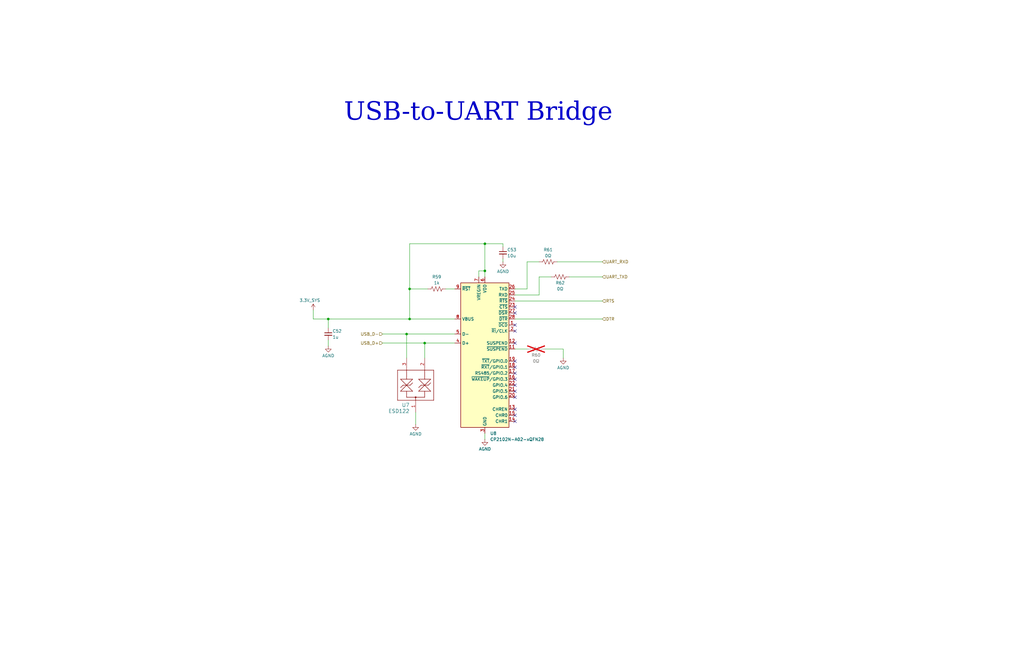
<source format=kicad_sch>
(kicad_sch (version 20231120) (generator "eeschema") (generator_version "8.0")
  (paper "B")
  (title_block (title "SCAN") (date "2025-01-30") (rev "v1.1") (company "Senior Design Group 35"))
  (lib_symbols
    (symbol "Device:C_Small" (pin_numbers hide) (pin_names (offset 0.254) hide)
      (property "Reference" "C" (at 0.254 1.778 0))
      (property "Value" "C_Small" (at 0.254 -2.032 0))
      (symbol "C_Small_0_1"
        (polyline (pts (xy -1.524 -0.508) (xy 1.524 -0.508)) (stroke (width 0.3302)))
        (polyline (pts (xy -1.524 0.508) (xy 1.524 0.508)) (stroke (width 0.3048)))
      )
      (symbol "C_Small_1_1"
        (pin passive line (at 0 2.54 270) (length 2.032) (name "~") (number "1"))
        (pin passive line (at 0 -2.54 90) (length 2.032) (name "~") (number "2"))
      )
    )
    (symbol "Device:R_US" (pin_numbers hide) (pin_names (offset 0))
      (property "Reference" "R" (at 2.54 0 90))
      (property "Value" "R_US" (at -2.54 0 90))
      (symbol "R_US_0_1"
        (polyline (pts (xy 0 -2.286) (xy 0 -2.54)))
        (polyline (pts (xy 0 2.286) (xy 0 2.54)))
        (polyline (pts (xy 0 -0.762) (xy 1.016 -1.143) (xy 0 -1.524) (xy -1.016 -1.905) (xy 0 -2.286)))
        (polyline (pts (xy 0 0.762) (xy 1.016 0.381) (xy 0 0) (xy -1.016 -0.381) (xy 0 -0.762)))
        (polyline (pts (xy 0 2.286) (xy 1.016 1.905) (xy 0 1.524) (xy -1.016 1.143) (xy 0 0.762)))
      )
      (symbol "R_US_1_1"
        (pin passive line (at 0 3.81 270) (length 1.27) (name "~") (number "1"))
        (pin passive line (at 0 -3.81 90) (length 1.27) (name "~") (number "2"))
      )
    )
    (symbol "Interface_USB:CP2102N-Axx-xQFN28"
      (property "Reference" "U6" (at 2.1941 -33.02 0))
      (property "Value" "CP2102N-A02-xQFN28" (at 2.1941 -35.56 0))
      (symbol "CP2102N-Axx-xQFN28_0_1"
        (rectangle (start -10.16 30.48) (end 10.16 -30.48) (stroke (width 0.254)) (fill (type background)))
      )
      (symbol "CP2102N-Axx-xQFN28_1_1"
        (pin input line (at 12.7 12.7 180) (length 2.54) (name "~{DCD}") (number "1"))
        (pin no_connect line (at -10.16 -27.94 0) (length 2.54) hide (name "NC") (number "10"))
        (pin output line (at 12.7 2.54 180) (length 2.54) (name "~{SUSPEND}") (number "11"))
        (pin output line (at 12.7 5.08 180) (length 2.54) (name "SUSPEND") (number "12"))
        (pin output line (at 12.7 -22.86 180) (length 2.54) (name "CHREN") (number "13"))
        (pin output line (at 12.7 -27.94 180) (length 2.54) (name "CHR1") (number "14"))
        (pin output line (at 12.7 -25.4 180) (length 2.54) (name "CHR0") (number "15"))
        (pin bidirectional line (at 12.7 -10.16 180) (length 2.54) (name "~{WAKEUP}/GPIO.3") (number "16"))
        (pin bidirectional line (at 12.7 -7.62 180) (length 2.54) (name "RS485/GPIO.2") (number "17"))
        (pin bidirectional line (at 12.7 -5.08 180) (length 2.54) (name "~{RXT}/GPIO.1") (number "18"))
        (pin bidirectional line (at 12.7 -2.54 180) (length 2.54) (name "~{TXT}/GPIO.0") (number "19"))
        (pin bidirectional line (at 12.7 10.16 180) (length 2.54) (name "~{RI}/CLK") (number "2"))
        (pin bidirectional line (at 12.7 -17.78 180) (length 2.54) (name "GPIO.6") (number "20"))
        (pin bidirectional line (at 12.7 -15.24 180) (length 2.54) (name "GPIO.5") (number "21"))
        (pin bidirectional line (at 12.7 -12.7 180) (length 2.54) (name "GPIO.4") (number "22"))
        (pin input line (at 12.7 20.32 180) (length 2.54) (name "~{CTS}") (number "23"))
        (pin output line (at 12.7 22.86 180) (length 2.54) (name "~{RTS}") (number "24"))
        (pin input line (at 12.7 25.4 180) (length 2.54) (name "RXD") (number "25"))
        (pin output line (at 12.7 27.94 180) (length 2.54) (name "TXD") (number "26"))
        (pin input line (at 12.7 17.78 180) (length 2.54) (name "~{DSR}") (number "27"))
        (pin output line (at 12.7 15.24 180) (length 2.54) (name "~{DTR}") (number "28"))
        (pin passive line (at 0 -33.02 90) (length 2.54) hide (name "GND") (number "29"))
        (pin power_in line (at 0 -33.02 90) (length 2.54) (name "GND") (number "3"))
        (pin bidirectional line (at -12.7 5.08 0) (length 2.54) (name "D+") (number "4"))
        (pin bidirectional line (at -12.7 8.89 0) (length 2.54) (name "D-") (number "5"))
        (pin power_in line (at 0 33.02 270) (length 2.54) (name "VDD") (number "6"))
        (pin power_in line (at -2.54 33.02 270) (length 2.54) (name "VREGIN") (number "7"))
        (pin input line (at -12.7 15.24 0) (length 2.54) (name "VBUS") (number "8"))
        (pin input line (at -12.7 27.94 0) (length 2.54) (name "~{RST}") (number "9"))
      )
    )
    (symbol "custom_symbols:ESD122DMYR" (pin_names (offset 0.254))
      (property "Reference" "U" (at 0 1.27 0))
      (property "Value" "ESD122DMYR" (at 0 0 0))
      (symbol "ESD122DMYR_0_1"
        (circle (center -5.08 0) (radius 0.254) (stroke (width 0.2032)))
        (polyline (pts (xy -6.35 -7.62) (xy 6.35 -7.62)) (stroke (width 0.2032)))
        (polyline (pts (xy -6.35 0) (xy -5.08 0)) (stroke (width 0.2032)))
        (polyline (pts (xy -6.35 7.62) (xy -6.35 -7.62)) (stroke (width 0.2032)))
        (polyline (pts (xy -5.08 0) (xy -5.08 -3.81)) (stroke (width 0.2032)))
        (polyline (pts (xy -5.08 3.81) (xy -5.08 0)) (stroke (width 0.2032)))
        (polyline (pts (xy -2.54 -6.35) (xy 0 -3.81)) (stroke (width 0.2032)))
        (polyline (pts (xy -2.54 -3.81) (xy -5.08 -3.81)) (stroke (width 0.2032)))
        (polyline (pts (xy -2.54 -1.27) (xy -2.54 -6.35)) (stroke (width 0.2032)))
        (polyline (pts (xy -2.54 1.27) (xy 0 3.81)) (stroke (width 0.2032)))
        (polyline (pts (xy -2.54 3.81) (xy -5.08 3.81)) (stroke (width 0.2032)))
        (polyline (pts (xy -2.54 6.35) (xy -2.54 1.27)) (stroke (width 0.2032)))
        (polyline (pts (xy 0 -5.334) (xy 0 -2.286)) (stroke (width 0.2032)))
        (polyline (pts (xy 0 -3.81) (xy -2.54 -1.27)) (stroke (width 0.2032)))
        (polyline (pts (xy 0 -3.81) (xy 2.54 -1.27)) (stroke (width 0.2032)))
        (polyline (pts (xy 0 -2.286) (xy -1.016 -1.27)) (stroke (width 0.2032)))
        (polyline (pts (xy 0 2.286) (xy 0 5.334)) (stroke (width 0.2032)))
        (polyline (pts (xy 0 3.81) (xy -2.54 6.35)) (stroke (width 0.2032)))
        (polyline (pts (xy 0 3.81) (xy 2.54 6.35)) (stroke (width 0.2032)))
        (polyline (pts (xy 0 5.334) (xy -1.016 6.35)) (stroke (width 0.2032)))
        (polyline (pts (xy 1.016 -6.35) (xy 0 -5.334)) (stroke (width 0.2032)))
        (polyline (pts (xy 1.016 1.27) (xy 0 2.286)) (stroke (width 0.2032)))
        (polyline (pts (xy 2.54 -6.35) (xy 0 -3.81)) (stroke (width 0.2032)))
        (polyline (pts (xy 2.54 -1.27) (xy 2.54 -6.35)) (stroke (width 0.2032)))
        (polyline (pts (xy 2.54 1.27) (xy 0 3.81)) (stroke (width 0.2032)))
        (polyline (pts (xy 2.54 6.35) (xy 2.54 1.27)) (stroke (width 0.2032)))
        (polyline (pts (xy 6.35 -7.62) (xy 6.35 7.62)) (stroke (width 0.2032)))
        (polyline (pts (xy 6.35 -3.81) (xy 2.54 -3.81)) (stroke (width 0.2032)))
        (polyline (pts (xy 6.35 3.81) (xy 2.54 3.81)) (stroke (width 0.2032)))
        (polyline (pts (xy 6.35 7.62) (xy -6.35 7.62)) (stroke (width 0.2032)))
      )
      (symbol "ESD122DMYR_1_1"
        (pin unspecified line (at -11.43 0 0) (length 5.08) (name "") (number "1"))
        (pin unspecified line (at 11.43 -3.81 180) (length 5.08) (name "") (number "2"))
        (pin unspecified line (at 11.43 3.81 180) (length 5.08) (name "") (number "3"))
      )
    )
    (symbol "power:+3.3V" (power) (pin_numbers hide) (pin_names (offset 0) hide)
      (property "Value" "+3.3V" (at 0 3.556 0))
      (symbol "+3.3V_0_1"
        (polyline (pts (xy -0.762 1.27) (xy 0 2.54)))
        (polyline (pts (xy 0 0) (xy 0 2.54)))
        (polyline (pts (xy 0 2.54) (xy 0.762 1.27)))
      )
      (symbol "+3.3V_1_1"
        (pin power_in line (at 0 0 90) (length 0) (name "~") (number "1"))
      )
    )
    (symbol "power:GND" (power) (pin_numbers hide) (pin_names (offset 0) hide)
      (property "Value" "GND" (at 0 -3.81 0))
      (symbol "GND_0_1"
        (polyline (pts (xy 0 0) (xy 0 -1.27) (xy 1.27 -1.27) (xy 0 -2.54) (xy -1.27 -1.27) (xy 0 -1.27)))
      )
      (symbol "GND_1_1"
        (pin power_in line (at 0 0 270) (length 0) (name "~") (number "1"))
      )
    )
  )
  (junction (at 179.07 144.78))
  (junction (at 138.43 134.62))
  (junction (at 204.47 114.3))
  (junction (at 172.72 134.62))
  (junction (at 172.72 121.92))
  (junction (at 204.47 102.87))
  (junction (at 171.45 140.97))
  (no_connect (at 217.17 162.56))
  (no_connect (at 217.17 132.08))
  (no_connect (at 217.17 139.7))
  (no_connect (at 217.17 165.1))
  (no_connect (at 217.17 152.4))
  (no_connect (at 217.17 160.02))
  (no_connect (at 217.17 177.8))
  (no_connect (at 217.17 154.94))
  (no_connect (at 217.17 167.64))
  (no_connect (at 217.17 175.26))
  (no_connect (at 217.17 137.16))
  (no_connect (at 217.17 172.72))
  (no_connect (at 217.17 157.48))
  (no_connect (at 217.17 144.78))
  (no_connect (at 217.17 129.54))
  (wire (pts (xy 227.33 116.84) (xy 232.41 116.84)))
  (wire (pts (xy 171.45 140.97) (xy 171.45 151.13)))
  (wire (pts (xy 172.72 102.87) (xy 172.72 121.92)))
  (wire (pts (xy 171.45 140.97) (xy 191.77 140.97)))
  (wire (pts (xy 179.07 144.78) (xy 179.07 151.13)))
  (wire (pts (xy 227.33 124.46) (xy 217.17 124.46)))
  (wire (pts (xy 179.07 144.78) (xy 191.77 144.78)))
  (wire (pts (xy 212.09 102.87) (xy 204.47 102.87)))
  (wire (pts (xy 138.43 134.62) (xy 172.72 134.62)))
  (wire (pts (xy 204.47 182.88) (xy 204.47 185.42)))
  (wire (pts (xy 234.95 110.49) (xy 254 110.49)))
  (wire (pts (xy 217.17 127) (xy 254 127)))
  (wire (pts (xy 138.43 143.51) (xy 138.43 146.05)))
  (wire (pts (xy 172.72 121.92) (xy 180.34 121.92)))
  (wire (pts (xy 187.96 121.92) (xy 191.77 121.92)))
  (wire (pts (xy 229.87 147.32) (xy 237.49 147.32)))
  (wire (pts (xy 138.43 134.62) (xy 138.43 138.43)))
  (wire (pts (xy 217.17 147.32) (xy 222.25 147.32)))
  (wire (pts (xy 217.17 134.62) (xy 254 134.62)))
  (wire (pts (xy 201.93 116.84) (xy 201.93 114.3)))
  (wire (pts (xy 212.09 109.22) (xy 212.09 110.49)))
  (wire (pts (xy 172.72 102.87) (xy 204.47 102.87)))
  (wire (pts (xy 222.25 110.49) (xy 222.25 121.92)))
  (wire (pts (xy 161.29 140.97) (xy 171.45 140.97)))
  (wire (pts (xy 212.09 104.14) (xy 212.09 102.87)))
  (wire (pts (xy 240.03 116.84) (xy 254 116.84)))
  (wire (pts (xy 132.08 130.81) (xy 132.08 134.62)))
  (wire (pts (xy 175.26 173.99) (xy 175.26 179.07)))
  (wire (pts (xy 222.25 121.92) (xy 217.17 121.92)))
  (wire (pts (xy 237.49 147.32) (xy 237.49 151.13)))
  (wire (pts (xy 172.72 121.92) (xy 172.72 134.62)))
  (wire (pts (xy 161.29 144.78) (xy 179.07 144.78)))
  (wire (pts (xy 204.47 102.87) (xy 204.47 114.3)))
  (wire (pts (xy 132.08 134.62) (xy 138.43 134.62)))
  (wire (pts (xy 227.33 116.84) (xy 227.33 124.46)))
  (wire (pts (xy 201.93 114.3) (xy 204.47 114.3)))
  (wire (pts (xy 222.25 110.49) (xy 227.33 110.49)))
  (wire (pts (xy 172.72 134.62) (xy 191.77 134.62)))
  (wire (pts (xy 204.47 114.3) (xy 204.47 116.84)))
  (text "USB-to-UART Bridge" (at 201.676 49.53 0) (effects (font (size 7.62 7.62) (thickness 0.9525))))
  (hierarchical_label "USB_D-" (shape input) (at 161.29 140.97 180))
  (hierarchical_label "DTR" (shape input) (at 254 134.62 0))
  (hierarchical_label "USB_D+" (shape input) (at 161.29 144.78 180))
  (hierarchical_label "UART_RXD" (shape input) (at 254 110.49 0))
  (hierarchical_label "RTS" (shape input) (at 254 127 0))
  (hierarchical_label "UART_TXD" (shape input) (at 254 116.84 0))
  (symbol (lib_id "power:+3.3V") (at 132.08 130.81 0) (unit 1)
    (property "Reference" "#PWR092" (effects (hide yes)))
    (property "Value" "3.3V_SYS" (at 126.238 126.746 0) (effects (justify left)))
    (property "Description" "Power symbol creates a global label with name \"+3.3V\"" (effects (hide yes)))
  )
  (symbol (lib_id "Device:R_US") (at 184.15 121.92 90) (unit 1)
    (property "Reference" "R59" (at 184.15 116.84 90))
    (property "Value" "1k" (at 184.15 119.38 90))
    (property "Footprint" "Resistor_SMD:R_0805_2012Metric" (effects (hide yes)))
    (property "Description" "1%" (effects (hide yes)))
  )
  (symbol (lib_id "power:GND") (at 175.26 179.07 0) (unit 1)
    (property "Reference" "#PWR091" (effects (hide yes)))
    (property "Value" "AGND" (at 175.26 183.134 0))
    (property "Description" "Power symbol creates a global label with name \"GND\" , ground" (effects (hide yes)))
  )
  (symbol (lib_id "power:GND") (at 237.49 151.13 0) (unit 1)
    (property "Reference" "#PWR094" (effects (hide yes)))
    (property "Value" "AGND" (at 237.49 155.194 0))
    (property "Description" "Power symbol creates a global label with name \"GND\" , ground" (effects (hide yes)))
  )
  (symbol (lib_id "Device:C_Small") (at 138.43 140.97 0) (unit 1)
    (property "Reference" "C52" (at 140.208 139.7 0) (effects (justify left)))
    (property "Value" "1u" (at 140.208 142.24 0) (effects (justify left)))
    (property "Footprint" "Capacitor_SMD:C_0402_1005Metric" (effects (hide yes)))
    (property "Description" "16V (10%)" (effects (hide yes)))
  )
  (symbol (lib_id "power:GND") (at 138.43 146.05 0) (unit 1)
    (property "Reference" "#PWR089" (effects (hide yes)))
    (property "Value" "AGND" (at 138.43 150.114 0))
    (property "Description" "Power symbol creates a global label with name \"GND\" , ground" (effects (hide yes)))
  )
  (symbol (lib_id "power:GND") (at 204.47 185.42 0) (unit 1)
    (property "Reference" "#PWR093" (effects (hide yes)))
    (property "Value" "AGND" (at 204.47 189.484 0))
    (property "Description" "Power symbol creates a global label with name \"GND\" , ground" (effects (hide yes)))
  )
  (symbol (lib_id "Device:R_US") (at 231.14 110.49 90) (unit 1)
    (property "Reference" "R61" (at 231.14 105.41 90))
    (property "Value" "0Ω" (at 231.14 107.95 90))
    (property "Footprint" "Resistor_SMD:R_0805_2012Metric" (effects (hide yes)))
    (property "Description" "1%" (effects (hide yes)))
  )
  (symbol (lib_id "Device:R_US") (at 236.22 116.84 90) (unit 1)
    (property "Reference" "R62" (at 236.22 119.38 90))
    (property "Value" "0Ω" (at 236.22 121.92 90))
    (property "Footprint" "Resistor_SMD:R_0805_2012Metric" (effects (hide yes)))
    (property "Description" "1%" (effects (hide yes)))
  )
  (symbol (lib_id "power:GND") (at 212.09 110.49 0) (unit 1)
    (property "Reference" "#PWR095" (effects (hide yes)))
    (property "Value" "AGND" (at 212.09 114.554 0))
    (property "Description" "Power symbol creates a global label with name \"GND\" , ground" (effects (hide yes)))
  )
  (symbol (lib_id "custom_symbols:ESD122DMYR") (at 175.26 162.56 90) (unit 1)
    (property "Reference" "U7" (at 172.72 170.942 90) (effects (font (size 1.524 1.524)) (justify left)))
    (property "Value" "ESD122" (at 172.72 173.482 90) (effects (font (size 1.524 1.524)) (justify left)))
    (property "Footprint" "SCAN_footprints:DMY0003A" (effects (hide yes)))
    (property "Datasheet" "ESD122DMYR" (effects (hide yes)))
  )
  (symbol (lib_id "Interface_USB:CP2102N-Axx-xQFN28") (at 204.47 149.86 0) (unit 1)
    (property "Reference" "U8" (at 206.6641 182.88 0) (effects (justify left)))
    (property "Value" "CP2102N-A02-xQFN28" (at 206.6641 185.42 0) (effects (justify left)))
    (property "Footprint" "Package_DFN_QFN:QFN-28-1EP_5x5mm_P0.5mm_EP3.35x3.35mm" (effects (hide yes)))
    (property "Datasheet" "https://www.silabs.com/documents/public/data-sheets/cp2102n-datasheet.pdf" (effects (hide yes)))
    (property "Description" "USB to UART master bridge, QFN-28" (effects (hide yes)))
  )
  (symbol (lib_id "Device:R_US") (at 226.06 147.32 90) (unit 1) (dnp yes)
    (property "Reference" "R60" (at 226.06 149.86 90))
    (property "Value" "0Ω" (at 226.06 152.4 90))
    (property "Footprint" "Resistor_SMD:R_0805_2012Metric" (effects (hide yes)))
    (property "Description" "1%" (effects (hide yes)))
  )
  (symbol (lib_id "Device:C_Small") (at 212.09 106.68 0) (unit 1)
    (property "Reference" "C53" (at 213.868 105.41 0) (effects (justify left)))
    (property "Value" "10u" (at 213.868 107.95 0) (effects (justify left)))
    (property "Footprint" "Capacitor_SMD:C_0603_1608Metric" (effects (hide yes)))
    (property "Description" "25V (25%)" (effects (hide yes)))
  )
)
</source>
